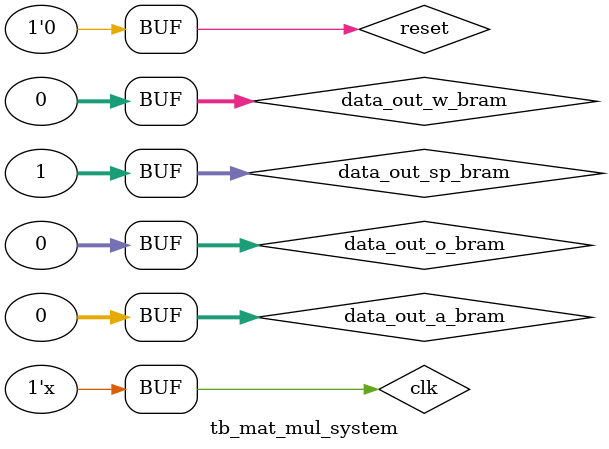
<source format=v>
`timescale 100ns/1ns
module tb_mat_mul_system #(
    parameter integer NUM_VAR = 4,

    parameter integer ARRAY_N = 8,
    parameter integer ARRAY_M = 8,

    parameter integer ACT_WIDTH = 8,
    parameter integer WGT_WIDTH = 8,
    parameter integer PE_OUT_WIDTH = 32,

    parameter integer RAM_SIZE = 1024,
    parameter integer ADDR_WIDTH = $clog2(RAM_SIZE),
    
    parameter integer DEPTH = 8,
    parameter integer DATA_WIDTH = 32,
    parameter integer OUT_WIDTH = 32,
    parameter integer IBUF_DATA_WIDTH = ACT_WIDTH * ARRAY_N
);

    reg clk;
    reg reset;

    //SP_BRAM
    wire [32-1:0]         addr_sp_bram;
    wire                  enable_sp_bram;
    reg [32-1:0]         data_out_sp_bram;
    wire [4-1 :0]         w_enable_sp_bram;
    wire [32-1:0]         data_in_sp_bram;
    //A_BRAM
    wire [32-1:0]         addr_a_bram;
    wire                  enable_a_bram;
    reg [32-1:0]         data_out_a_bram;
//    wire [4-1 :0]         w_enable_a_bram; //not use
//    wire [32-1:0]         data_in_a_bram; //not use
    //W_BRAM
    wire [32-1:0]         addr_w_bram;
    wire                  enable_w_bram;
    reg [32-1:0]         data_out_w_bram;
//    wire [4-1 :0]         w_enable_w_bram; //not use
//    wire [32-1:0]         data_in_w_bram;  //not use
    //O_BRAM
    wire [32-1:0]         addr_o_bram;
    wire                  enable_o_bram;
    reg [32-1:0]         data_out_o_bram;
    wire [4-1 :0]         w_enable_o_bram;
    wire [32-1:0]         data_in_o_bram;
    wire [5:0]           DEBUG_state;
    wire [IBUF_DATA_WIDTH-1:0]   DEBUG_act_data_set;
    wire [ARRAY_N-1:0] DEBUG_bram_to_a_ram_w_en;
    wire [IBUF_DATA_WIDTH-1:0]   DEBUG_wgt_data_set;

    mat_mul_system #(
        .NUM_VAR(NUM_VAR),

        .ARRAY_N(ARRAY_N),
        .ARRAY_M(ARRAY_M),

        .ACT_WIDTH(ACT_WIDTH),
        .WGT_WIDTH(WGT_WIDTH),
        .PE_OUT_WIDTH(PE_OUT_WIDTH),

        .RAM_SIZE(RAM_SIZE),

        .DEPTH(DEPTH),
        .DATA_WIDTH(DATA_WIDTH),
        .OUT_WIDTH(OUT_WIDTH)
    ) m_inst (
        .clk(clk),
        .reset(reset),
        .addr_sp_bram(addr_sp_bram),
        .enable_sp_bram(enable_sp_bram),
        .data_out_sp_bram(data_out_sp_bram),
        .w_enable_sp_bram(w_enable_sp_bram),
        .data_in_sp_bram(data_in_sp_bram),

        .addr_a_bram(addr_a_bram),
        .enable_a_bram(enable_a_bram),
        .data_out_a_bram(data_out_a_bram),
//        .w_enable_a_bram(w_enable_a_bram),
//        .data_in_a_bram(data_in_a_bram),

        .addr_w_bram(addr_w_bram),
        .enable_w_bram(enable_w_bram),
        .data_out_w_bram(data_out_w_bram),
//        .w_enable_w_bram(w_enable_w_bram),
//        .data_in_w_bram(data_in_w_bram),

        .addr_o_bram(addr_o_bram),
        .enable_o_bram(enable_o_bram),
//        .data_out_o_bram(data_out_o_bram),
        .w_enable_o_bram(w_enable_o_bram),
        .data_in_o_bram(data_in_o_bram),

        .DEBUG_state(DEBUG_state),
        .DEBUG_act_data_set(DEBUG_act_data_set),
        .DEBUG_bram_to_a_ram_w_en(DEBUG_bram_to_a_ram_w_en),
        .DEBUG_wgt_data_set(DEBUG_wgt_data_set)

    );

    initial begin
        clk =1;
        reset = 1;
        data_out_sp_bram=0;
        data_out_a_bram=0;
        data_out_w_bram=0;
        data_out_o_bram=0;
        #10
        reset = 0;
        data_out_sp_bram=1;
    end
    always #0.5 clk = !clk;
endmodule

</source>
